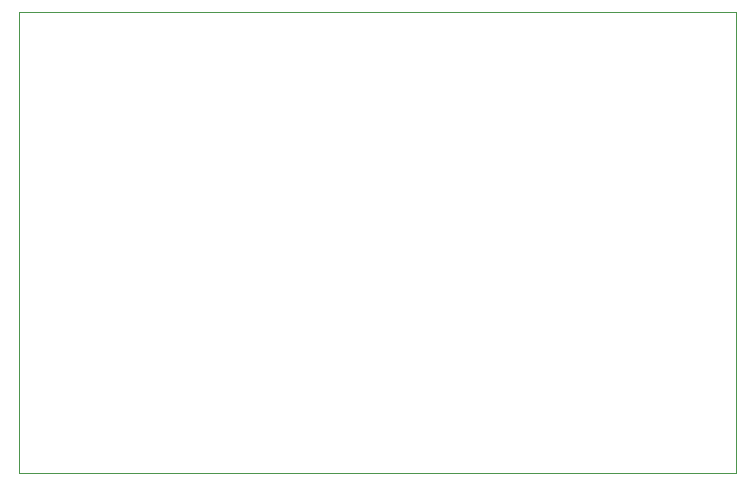
<source format=gbr>
%TF.GenerationSoftware,KiCad,Pcbnew,(5.1.6)-1*%
%TF.CreationDate,2021-05-26T21:04:48-04:00*%
%TF.ProjectId,spidey_sense,73706964-6579-45f7-9365-6e73652e6b69,rev?*%
%TF.SameCoordinates,Original*%
%TF.FileFunction,Profile,NP*%
%FSLAX46Y46*%
G04 Gerber Fmt 4.6, Leading zero omitted, Abs format (unit mm)*
G04 Created by KiCad (PCBNEW (5.1.6)-1) date 2021-05-26 21:04:48*
%MOMM*%
%LPD*%
G01*
G04 APERTURE LIST*
%TA.AperFunction,Profile*%
%ADD10C,0.100000*%
%TD*%
G04 APERTURE END LIST*
D10*
X155000000Y-89000000D02*
X155000000Y-128000000D01*
X94250000Y-89000000D02*
X155000000Y-89000000D01*
X94250000Y-128000000D02*
X94250000Y-89000000D01*
X155000000Y-128000000D02*
X94250000Y-128000000D01*
M02*

</source>
